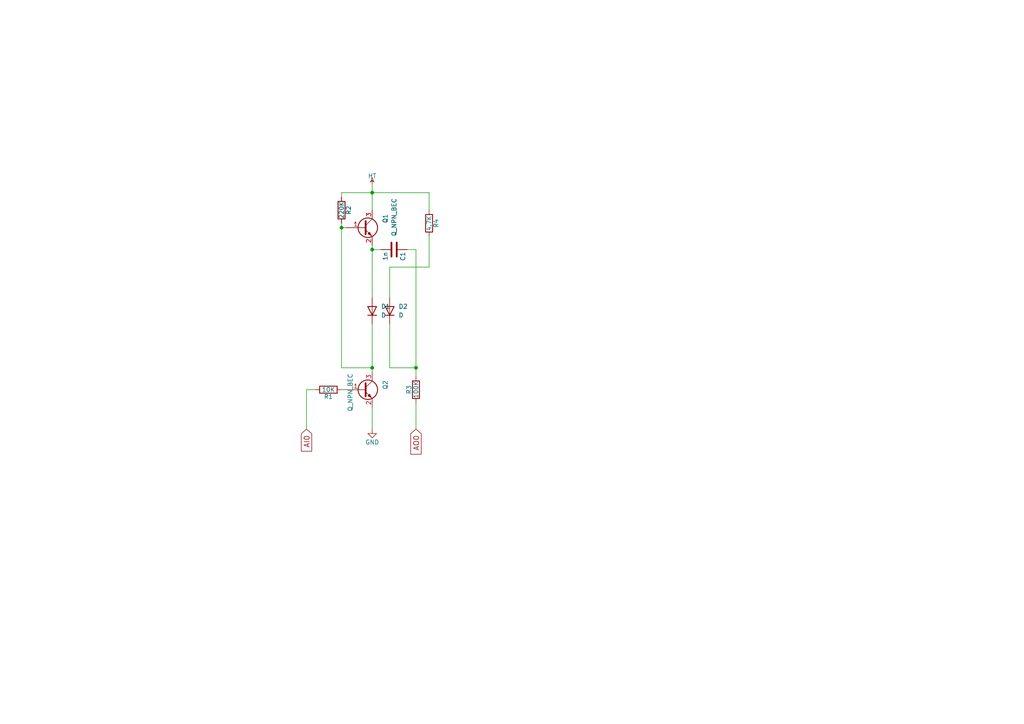
<source format=kicad_sch>
(kicad_sch (version 20230121) (generator eeschema)
  (paper "A4")
  (lib_symbols
    (symbol "Device:D" (pin_numbers hide) (pin_names (offset 1.016) hide)
      (property "Reference" "D" (at 0 2.54 0))
      (property "Value" "D" (at 0 -2.54 0))
      (symbol "D_0_1"
        (polyline (pts (xy -1.27 1.27) (xy -1.27 -1.27)) (stroke (width 0.254)))
        (polyline (pts (xy 1.27 0) (xy -1.27 0)))
        (polyline (pts (xy 1.27 1.27) (xy 1.27 -1.27) (xy -1.27 0) (xy 1.27 1.27)) (stroke (width 0.254)))
      )
      (symbol "D_1_1"
        (pin passive line (at -3.81 0 0) (length 2.54) (name "K") (number "1"))
        (pin passive line (at 3.81 0 180) (length 2.54) (name "A") (number "2"))
      )
    )
    (symbol "IGG1_OctoDriver-rescue:C" (pin_numbers hide) (pin_names (offset 0.254))
      (property "Reference" "C" (at 0.635 2.54 0))
      (property "Value" "C" (at 0.635 -2.54 0))
      (symbol "C_0_1"
        (polyline (pts (xy -2.032 -0.762) (xy 2.032 -0.762)) (stroke (width 0.508)))
        (polyline (pts (xy -2.032 0.762) (xy 2.032 0.762)) (stroke (width 0.508)))
      )
      (symbol "C_1_1"
        (pin passive line (at 0 3.81 270) (length 2.794) (name "~") (number "1"))
        (pin passive line (at 0 -3.81 90) (length 2.794) (name "~") (number "2"))
      )
    )
    (symbol "IGG1_OctoDriver-rescue:GND" (power) (pin_names (offset 0))
      (property "Value" "GND" (at 0 -3.81 0))
      (symbol "GND_0_1"
        (polyline (pts (xy 0 0) (xy 0 -1.27) (xy 1.27 -1.27) (xy 0 -2.54) (xy -1.27 -1.27) (xy 0 -1.27)))
      )
      (symbol "GND_1_1"
        (pin power_in line (at 0 0 270) (length 0) hide (name "GND") (number "1"))
      )
    )
    (symbol "IGG1_OctoDriver-rescue:HT" (power) (pin_names (offset 0))
      (property "Value" "HT" (at 0 2.286 0))
      (symbol "HT_0_0"
        (pin power_in line (at 0 0 90) (length 0) hide (name "HT") (number "1"))
      )
      (symbol "HT_0_1"
        (polyline (pts (xy 0 0) (xy 0 1.016) (xy 0 1.016)))
        (polyline (pts (xy 0 1.016) (xy 0.508 0.508) (xy 0 1.778) (xy -0.508 0.508) (xy 0 1.016) (xy 0 1.016)))
      )
    )
    (symbol "IGG1_OctoDriver-rescue:Q_NPN_BEC" (pin_names (offset 0) hide)
      (property "Reference" "Q" (at 5.08 1.27 0))
      (property "Value" "Q_NPN_BEC" (at 5.08 -1.27 0))
      (symbol "Q_NPN_BEC_0_1"
        (polyline (pts (xy 0.635 0.635) (xy 2.54 2.54)))
        (polyline (pts (xy 0.635 -0.635) (xy 2.54 -2.54) (xy 2.54 -2.54)))
        (polyline (pts (xy 0.635 1.905) (xy 0.635 -1.905) (xy 0.635 -1.905)) (stroke (width 0.508)))
        (polyline (pts (xy 1.27 -1.778) (xy 1.778 -1.27) (xy 2.286 -2.286) (xy 1.27 -1.778) (xy 1.27 -1.778)) (fill (type outline)))
        (circle (center 1.27 0) (radius 2.8194) (stroke (width 0.254)))
      )
      (symbol "Q_NPN_BEC_1_1"
        (pin input line (at -5.08 0 0) (length 5.715) (name "B") (number "1"))
        (pin passive line (at 2.54 -5.08 90) (length 2.54) (name "E") (number "2"))
        (pin passive line (at 2.54 5.08 270) (length 2.54) (name "C") (number "3"))
      )
    )
    (symbol "IGG1_OctoDriver-rescue:R" (pin_numbers hide) (pin_names (offset 0))
      (property "Reference" "R" (at 2.032 0 90))
      (property "Value" "R" (at 0 0 90))
      (symbol "R_0_1"
        (rectangle (start -1.016 -2.54) (end 1.016 2.54) (stroke (width 0.254)))
      )
      (symbol "R_1_1"
        (pin passive line (at 0 3.81 270) (length 1.27) (name "~") (number "1"))
        (pin passive line (at 0 -3.81 90) (length 1.27) (name "~") (number "2"))
      )
    )
  )
  (junction (at 99.06 66.04))
  (junction (at 107.95 72.39))
  (junction (at 107.95 55.88))
  (junction (at 120.65 106.68))
  (junction (at 107.95 106.68))
  (wire (pts (xy 107.95 118.11) (xy 107.95 124.46)))
  (wire (pts (xy 120.65 116.84) (xy 120.65 124.46)))
  (wire (pts (xy 99.06 55.88) (xy 107.95 55.88)))
  (wire (pts (xy 124.46 77.47) (xy 124.46 68.58)))
  (wire (pts (xy 107.95 93.98) (xy 107.95 106.68)))
  (wire (pts (xy 113.03 77.47) (xy 113.03 86.36)))
  (wire (pts (xy 124.46 55.88) (xy 124.46 60.96)))
  (wire (pts (xy 120.65 106.68) (xy 120.65 109.22)))
  (wire (pts (xy 107.95 55.88) (xy 124.46 55.88)))
  (wire (pts (xy 107.95 72.39) (xy 107.95 86.36)))
  (wire (pts (xy 113.03 106.68) (xy 120.65 106.68)))
  (wire (pts (xy 99.06 66.04) (xy 99.06 106.68)))
  (wire (pts (xy 100.33 66.04) (xy 99.06 66.04)))
  (wire (pts (xy 107.95 53.34) (xy 107.95 55.88)))
  (wire (pts (xy 107.95 71.12) (xy 107.95 72.39)))
  (wire (pts (xy 99.06 64.77) (xy 99.06 66.04)))
  (wire (pts (xy 88.9 113.03) (xy 88.9 124.46)))
  (wire (pts (xy 99.06 106.68) (xy 107.95 106.68)))
  (wire (pts (xy 113.03 93.98) (xy 113.03 106.68)))
  (wire (pts (xy 99.06 55.88) (xy 99.06 57.15)))
  (wire (pts (xy 107.95 106.68) (xy 107.95 107.95)))
  (wire (pts (xy 99.06 113.03) (xy 100.33 113.03)))
  (wire (pts (xy 120.65 72.39) (xy 118.11 72.39)))
  (wire (pts (xy 88.9 113.03) (xy 91.44 113.03)))
  (wire (pts (xy 107.95 55.88) (xy 107.95 60.96)))
  (wire (pts (xy 120.65 72.39) (xy 120.65 106.68)))
  (wire (pts (xy 110.49 72.39) (xy 107.95 72.39)))
  (wire (pts (xy 113.03 77.47) (xy 124.46 77.47)))
  (global_label "AI0" (shape input) (at 88.9 124.46 270) (effects (font (size 1.524 1.524))) (property "Intersheetrefs" "${INTERSHEET_REFS}" (effects hide)))
  (global_label "AO0" (shape input) (at 120.65 124.46 270) (effects (font (size 1.524 1.524))) (property "Intersheetrefs" "${INTERSHEET_REFS}" (effects hide)))
  (symbol (lib_id "IGG1_OctoDriver-rescue:GND") (at 107.95 124.46 0) (unit 1)
    (property "Reference" "#PWR02" (effects hide))
    (property "Value" "GND" (at 107.95 128.27 0))
  )
  (symbol (lib_id "Device:D") (at 107.95 90.17 90) (unit 1)
    (property "Reference" "D1" (at 110.49 88.9 90) (effects (justify right)))
    (property "Value" "D" (at 110.49 91.44 90) (effects (justify right)))
    (property "Footprint" "Diode_SMD:D_SOD-323" (effects hide))
    (property "Sim.Device" "D" (effects hide))
    (property "Sim.Pins" "1=K 2=A" (effects hide))
    (property "LCSC" "C896450" (effects hide))
  )
  (symbol (lib_id "IGG1_OctoDriver-rescue:HT") (at 107.95 53.34 0) (unit 1)
    (property "Reference" "#PWR01" (effects hide))
    (property "Value" "HT" (at 107.95 51.054 0))
  )
  (symbol (lib_id "IGG1_OctoDriver-rescue:R") (at 124.46 64.77 0) (unit 1)
    (property "Reference" "R4" (at 126.492 64.77 90))
    (property "Value" "4.7K" (at 124.46 64.77 90))
    (property "Footprint" "Resistors_SMD:R_1206" (effects hide))
  )
  (symbol (lib_id "IGG1_OctoDriver-rescue:R") (at 99.06 60.96 0) (unit 1)
    (property "Reference" "R2" (at 101.092 60.96 90))
    (property "Value" "220K" (at 99.06 60.96 90))
    (property "Footprint" "Resistors_SMD:R_1206" (effects hide))
  )
  (symbol (lib_id "IGG1_OctoDriver-rescue:Q_NPN_BEC") (at 105.41 66.04 0) (unit 1)
    (property "Reference" "Q1" (at 111.76 64.77 90) (effects (justify left)))
    (property "Value" "Q_NPN_BEC" (at 114.3 68.58 90) (effects (justify left)))
    (property "Footprint" "TO_SOT_Packages_SMD:SOT-23" (effects hide))
    (property "LCSC" "C151355" (effects hide))
  )
  (symbol (lib_id "Device:D") (at 113.03 90.17 90) (unit 1)
    (property "Reference" "D2" (at 115.57 88.9 90) (effects (justify right)))
    (property "Value" "D" (at 115.57 91.44 90) (effects (justify right)))
    (property "Footprint" "Diode_SMD:D_SOD-323" (effects hide))
    (property "Sim.Device" "D" (effects hide))
    (property "Sim.Pins" "1=K 2=A" (effects hide))
    (property "LCSC" "C896450" (effects hide))
  )
  (symbol (lib_id "IGG1_OctoDriver-rescue:R") (at 95.25 113.03 270) (unit 1)
    (property "Reference" "R1" (at 95.25 115.062 90))
    (property "Value" "10K" (at 95.25 113.03 90))
    (property "Footprint" "Resistors_SMD:R_1206" (effects hide))
  )
  (symbol (lib_id "IGG1_OctoDriver-rescue:C") (at 114.3 72.39 270) (unit 1)
    (property "Reference" "C1" (at 116.84 73.025 0) (effects (justify left)))
    (property "Value" "1n" (at 111.76 73.025 0) (effects (justify left)))
    (property "Footprint" "Capacitors_SMD:C_1206" (effects hide))
  )
  (symbol (lib_id "IGG1_OctoDriver-rescue:R") (at 120.65 113.03 180) (unit 1)
    (property "Reference" "R3" (at 118.618 113.03 90))
    (property "Value" "100K" (at 120.65 113.03 90))
    (property "Footprint" "Resistors_SMD:R_1206" (effects hide))
  )
  (symbol (lib_id "IGG1_OctoDriver-rescue:Q_NPN_BEC") (at 105.41 113.03 0) (unit 1)
    (property "Reference" "Q2" (at 111.76 113.03 90) (effects (justify left)))
    (property "Value" "Q_NPN_BEC" (at 101.6 119.38 90) (effects (justify left)))
    (property "Footprint" "TO_SOT_Packages_SMD:SOT-23" (effects hide))
  )
)
</source>
